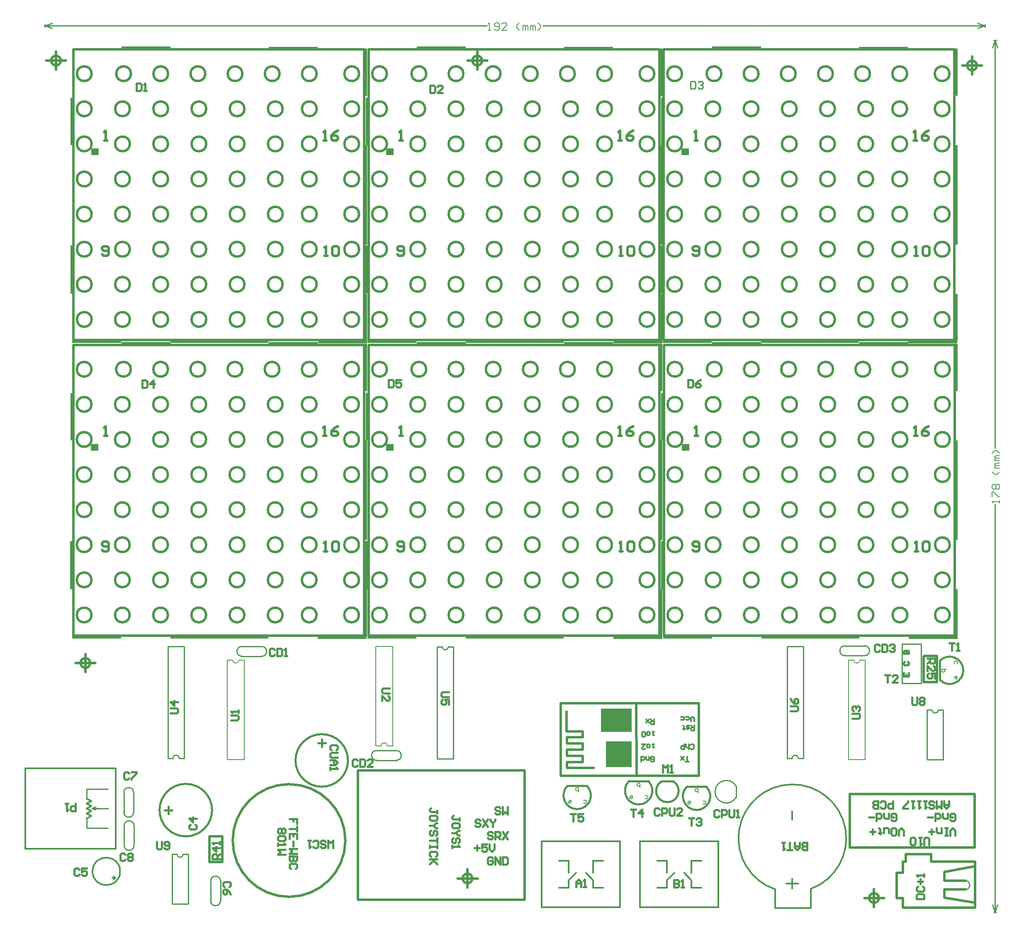
<source format=gto>
G04*
G04 #@! TF.GenerationSoftware,Altium Limited,Altium Designer,23.3.1 (30)*
G04*
G04 Layer_Color=65535*
%FSLAX44Y44*%
%MOMM*%
G71*
G04*
G04 #@! TF.SameCoordinates,CBA1B8D9-47E8-49AD-825A-66903E3D66A9*
G04*
G04*
G04 #@! TF.FilePolarity,Positive*
G04*
G01*
G75*
%ADD10C,0.5000*%
%ADD11C,0.4000*%
%ADD12C,0.2540*%
%ADD13C,0.2000*%
%ADD14C,0.3500*%
%ADD15C,0.2032*%
%ADD16C,0.1524*%
%ADD17R,5.2070X5.2070*%
%ADD18R,6.2230X4.6990*%
%ADD19R,0.5250X9.6500*%
%ADD20R,10.0750X0.7750*%
%ADD21R,0.6750X9.9000*%
%ADD22R,0.4750X20.3750*%
%ADD23R,0.8750X9.7500*%
%ADD24R,10.0000X0.8000*%
%ADD25R,10.0000X0.7250*%
%ADD26R,0.5250X9.7000*%
%ADD27R,10.0750X0.8250*%
%ADD28R,20.0500X0.7750*%
%ADD29R,1.5500X1.3750*%
D10*
X1022974Y2578750D02*
G03*
X1022974Y2578750I-9724J0D01*
G01*
X1002974Y908750D02*
G03*
X1002974Y908750I-9724J0D01*
G01*
X222974Y1348750D02*
G03*
X222974Y1348750I-9724J0D01*
G01*
X1832974Y868750D02*
G03*
X1832974Y868750I-9724J0D01*
G01*
X2032974Y2568750D02*
G03*
X2032974Y2568750I-9724J0D01*
G01*
X162974Y2578750D02*
G03*
X162974Y2578750I-9724J0D01*
G01*
X744000Y986250D02*
G03*
X744000Y986250I-115000J0D01*
G01*
X226000Y2050250D02*
G03*
X226000Y2050250I-15000J0D01*
G01*
X304000D02*
G03*
X304000Y2050250I-15000J0D01*
G01*
X382000D02*
G03*
X382000Y2050250I-15000J0D01*
G01*
X460000D02*
G03*
X460000Y2050250I-15000J0D01*
G01*
X538000D02*
G03*
X538000Y2050250I-15000J0D01*
G01*
X616000D02*
G03*
X616000Y2050250I-15000J0D01*
G01*
X685428D02*
G03*
X685428Y2050250I-15000J0D01*
G01*
X772000Y2050315D02*
G03*
X772000Y2050250I-15000J-65D01*
G01*
X226000Y2121929D02*
G03*
X226000Y2121929I-15000J0D01*
G01*
X304000D02*
G03*
X304000Y2121929I-15000J0D01*
G01*
X382000D02*
G03*
X382000Y2121929I-15000J0D01*
G01*
X460000D02*
G03*
X460000Y2121929I-15000J0D01*
G01*
X538000D02*
G03*
X538000Y2121929I-15000J0D01*
G01*
X616000D02*
G03*
X616000Y2121929I-15000J0D01*
G01*
X685428D02*
G03*
X685428Y2121929I-15000J0D01*
G01*
X772000Y2121994D02*
G03*
X772000Y2121929I-15000J-65D01*
G01*
X226000Y2193607D02*
G03*
X226000Y2193607I-15000J0D01*
G01*
X304000D02*
G03*
X304000Y2193607I-15000J0D01*
G01*
X382000D02*
G03*
X382000Y2193607I-15000J0D01*
G01*
X460000D02*
G03*
X460000Y2193607I-15000J0D01*
G01*
X538000D02*
G03*
X538000Y2193607I-15000J0D01*
G01*
X616000D02*
G03*
X616000Y2193607I-15000J0D01*
G01*
X685428D02*
G03*
X685428Y2193607I-15000J0D01*
G01*
X772000Y2193672D02*
G03*
X772000Y2193607I-15000J-65D01*
G01*
X226000Y2265286D02*
G03*
X226000Y2265286I-15000J0D01*
G01*
X304000D02*
G03*
X304000Y2265286I-15000J0D01*
G01*
X382000D02*
G03*
X382000Y2265286I-15000J0D01*
G01*
X460000D02*
G03*
X460000Y2265286I-15000J0D01*
G01*
X538000D02*
G03*
X538000Y2265286I-15000J0D01*
G01*
X616000D02*
G03*
X616000Y2265286I-15000J0D01*
G01*
X685428D02*
G03*
X685428Y2265286I-15000J0D01*
G01*
X772000Y2265351D02*
G03*
X772000Y2265286I-15000J-65D01*
G01*
X226000Y2336964D02*
G03*
X226000Y2336964I-15000J0D01*
G01*
X304000D02*
G03*
X304000Y2336964I-15000J0D01*
G01*
X382000D02*
G03*
X382000Y2336964I-15000J0D01*
G01*
X460000D02*
G03*
X460000Y2336964I-15000J0D01*
G01*
X538000D02*
G03*
X538000Y2336964I-15000J0D01*
G01*
X616000D02*
G03*
X616000Y2336964I-15000J0D01*
G01*
X685428D02*
G03*
X685428Y2336964I-15000J0D01*
G01*
X772000Y2337029D02*
G03*
X772000Y2336964I-15000J-65D01*
G01*
X226000Y2408643D02*
G03*
X226000Y2408643I-15000J0D01*
G01*
X304000D02*
G03*
X304000Y2408643I-15000J0D01*
G01*
X382000D02*
G03*
X382000Y2408643I-15000J0D01*
G01*
X460000D02*
G03*
X460000Y2408643I-15000J0D01*
G01*
X538000D02*
G03*
X538000Y2408643I-15000J0D01*
G01*
X616000D02*
G03*
X616000Y2408643I-15000J0D01*
G01*
X685428D02*
G03*
X685428Y2408643I-15000J0D01*
G01*
X772000Y2408708D02*
G03*
X772000Y2408643I-15000J-65D01*
G01*
X226000Y2480321D02*
G03*
X226000Y2480321I-15000J0D01*
G01*
X304000D02*
G03*
X304000Y2480321I-15000J0D01*
G01*
X382000D02*
G03*
X382000Y2480321I-15000J0D01*
G01*
X460000D02*
G03*
X460000Y2480321I-15000J0D01*
G01*
X538000D02*
G03*
X538000Y2480321I-15000J0D01*
G01*
X616000D02*
G03*
X616000Y2480321I-15000J0D01*
G01*
X685428D02*
G03*
X685428Y2480321I-15000J0D01*
G01*
X772000Y2480386D02*
G03*
X772000Y2480321I-15000J-65D01*
G01*
X772000Y2552065D02*
G03*
X772000Y2552000I-15000J-65D01*
G01*
X685428Y2552000D02*
G03*
X685428Y2552000I-15000J0D01*
G01*
X609607D02*
G03*
X609607Y2552000I-15000J0D01*
G01*
X533786D02*
G03*
X533786Y2552000I-15000J0D01*
G01*
X457964D02*
G03*
X457964Y2552000I-15000J0D01*
G01*
X382143D02*
G03*
X382143Y2552000I-15000J0D01*
G01*
X306321D02*
G03*
X306321Y2552000I-15000J0D01*
G01*
X226000Y2552000D02*
G03*
X226000Y2552000I-15000J0D01*
G01*
X828750Y2050250D02*
G03*
X828750Y2050250I-15000J0D01*
G01*
X906750D02*
G03*
X906750Y2050250I-15000J0D01*
G01*
X984750D02*
G03*
X984750Y2050250I-15000J0D01*
G01*
X1062750D02*
G03*
X1062750Y2050250I-15000J0D01*
G01*
X1140750D02*
G03*
X1140750Y2050250I-15000J0D01*
G01*
X1218750D02*
G03*
X1218750Y2050250I-15000J0D01*
G01*
X1288178D02*
G03*
X1288178Y2050250I-15000J0D01*
G01*
X1374750Y2050315D02*
G03*
X1374750Y2050250I-15000J-65D01*
G01*
X828750Y2121929D02*
G03*
X828750Y2121929I-15000J0D01*
G01*
X906750D02*
G03*
X906750Y2121929I-15000J0D01*
G01*
X984750D02*
G03*
X984750Y2121929I-15000J0D01*
G01*
X1062750D02*
G03*
X1062750Y2121929I-15000J0D01*
G01*
X1140750D02*
G03*
X1140750Y2121929I-15000J0D01*
G01*
X1218750D02*
G03*
X1218750Y2121929I-15000J0D01*
G01*
X1288178D02*
G03*
X1288178Y2121929I-15000J0D01*
G01*
X1374750Y2121994D02*
G03*
X1374750Y2121929I-15000J-65D01*
G01*
X828750Y2193607D02*
G03*
X828750Y2193607I-15000J0D01*
G01*
X906750D02*
G03*
X906750Y2193607I-15000J0D01*
G01*
X984750D02*
G03*
X984750Y2193607I-15000J0D01*
G01*
X1062750D02*
G03*
X1062750Y2193607I-15000J0D01*
G01*
X1140750D02*
G03*
X1140750Y2193607I-15000J0D01*
G01*
X1218750D02*
G03*
X1218750Y2193607I-15000J0D01*
G01*
X1288178D02*
G03*
X1288178Y2193607I-15000J0D01*
G01*
X1374750Y2193672D02*
G03*
X1374750Y2193607I-15000J-65D01*
G01*
X828750Y2265286D02*
G03*
X828750Y2265286I-15000J0D01*
G01*
X906750D02*
G03*
X906750Y2265286I-15000J0D01*
G01*
X984750D02*
G03*
X984750Y2265286I-15000J0D01*
G01*
X1062750D02*
G03*
X1062750Y2265286I-15000J0D01*
G01*
X1140750D02*
G03*
X1140750Y2265286I-15000J0D01*
G01*
X1218750D02*
G03*
X1218750Y2265286I-15000J0D01*
G01*
X1288178D02*
G03*
X1288178Y2265286I-15000J0D01*
G01*
X1374749Y2265351D02*
G03*
X1374750Y2265286I-15000J-65D01*
G01*
X828750Y2336964D02*
G03*
X828750Y2336964I-15000J0D01*
G01*
X906750D02*
G03*
X906750Y2336964I-15000J0D01*
G01*
X984750D02*
G03*
X984750Y2336964I-15000J0D01*
G01*
X1062750D02*
G03*
X1062750Y2336964I-15000J0D01*
G01*
X1140750D02*
G03*
X1140750Y2336964I-15000J0D01*
G01*
X1218750D02*
G03*
X1218750Y2336964I-15000J0D01*
G01*
X1288178D02*
G03*
X1288178Y2336964I-15000J0D01*
G01*
X1374750Y2337029D02*
G03*
X1374750Y2336964I-15000J-65D01*
G01*
X828750Y2408643D02*
G03*
X828750Y2408643I-15000J0D01*
G01*
X906750D02*
G03*
X906750Y2408643I-15000J0D01*
G01*
X984750D02*
G03*
X984750Y2408643I-15000J0D01*
G01*
X1062750D02*
G03*
X1062750Y2408643I-15000J0D01*
G01*
X1140750D02*
G03*
X1140750Y2408643I-15000J0D01*
G01*
X1218750D02*
G03*
X1218750Y2408643I-15000J0D01*
G01*
X1288178D02*
G03*
X1288178Y2408643I-15000J0D01*
G01*
X1374750Y2408708D02*
G03*
X1374750Y2408643I-15000J-65D01*
G01*
X828750Y2480321D02*
G03*
X828750Y2480321I-15000J0D01*
G01*
X906750D02*
G03*
X906750Y2480321I-15000J0D01*
G01*
X984750D02*
G03*
X984750Y2480321I-15000J0D01*
G01*
X1062750D02*
G03*
X1062750Y2480321I-15000J0D01*
G01*
X1140750D02*
G03*
X1140750Y2480321I-15000J0D01*
G01*
X1218750D02*
G03*
X1218750Y2480321I-15000J0D01*
G01*
X1288178D02*
G03*
X1288178Y2480321I-15000J0D01*
G01*
X1374750Y2480386D02*
G03*
X1374750Y2480321I-15000J-65D01*
G01*
X1374750Y2552065D02*
G03*
X1374750Y2552000I-15000J-65D01*
G01*
X1288178Y2552000D02*
G03*
X1288178Y2552000I-15000J0D01*
G01*
X1212357D02*
G03*
X1212357Y2552000I-15000J0D01*
G01*
X1136536D02*
G03*
X1136536Y2552000I-15000J0D01*
G01*
X1060714D02*
G03*
X1060714Y2552000I-15000J0D01*
G01*
X984893D02*
G03*
X984893Y2552000I-15000J0D01*
G01*
X909071D02*
G03*
X909071Y2552000I-15000J0D01*
G01*
X828750Y2552000D02*
G03*
X828750Y2552000I-15000J0D01*
G01*
X1431250Y2050250D02*
G03*
X1431250Y2050250I-15000J0D01*
G01*
X1509250D02*
G03*
X1509250Y2050250I-15000J0D01*
G01*
X1587250D02*
G03*
X1587250Y2050250I-15000J0D01*
G01*
X1665250D02*
G03*
X1665250Y2050250I-15000J0D01*
G01*
X1743250D02*
G03*
X1743250Y2050250I-15000J0D01*
G01*
X1821250D02*
G03*
X1821250Y2050250I-15000J0D01*
G01*
X1890678D02*
G03*
X1890678Y2050250I-15000J0D01*
G01*
X1977250Y2050315D02*
G03*
X1977250Y2050250I-15000J-65D01*
G01*
X1431250Y2121929D02*
G03*
X1431250Y2121929I-15000J0D01*
G01*
X1509250D02*
G03*
X1509250Y2121929I-15000J0D01*
G01*
X1587250D02*
G03*
X1587250Y2121929I-15000J0D01*
G01*
X1665250D02*
G03*
X1665250Y2121929I-15000J0D01*
G01*
X1743250D02*
G03*
X1743250Y2121929I-15000J0D01*
G01*
X1821250D02*
G03*
X1821250Y2121929I-15000J0D01*
G01*
X1890678D02*
G03*
X1890678Y2121929I-15000J0D01*
G01*
X1977250Y2121994D02*
G03*
X1977250Y2121929I-15000J-65D01*
G01*
X1431250Y2193607D02*
G03*
X1431250Y2193607I-15000J0D01*
G01*
X1509250D02*
G03*
X1509250Y2193607I-15000J0D01*
G01*
X1587250D02*
G03*
X1587250Y2193607I-15000J0D01*
G01*
X1665250D02*
G03*
X1665250Y2193607I-15000J0D01*
G01*
X1743250D02*
G03*
X1743250Y2193607I-15000J0D01*
G01*
X1821250D02*
G03*
X1821250Y2193607I-15000J0D01*
G01*
X1890678D02*
G03*
X1890678Y2193607I-15000J0D01*
G01*
X1977250Y2193672D02*
G03*
X1977250Y2193607I-15000J-65D01*
G01*
X1431250Y2265286D02*
G03*
X1431250Y2265286I-15000J0D01*
G01*
X1509250D02*
G03*
X1509250Y2265286I-15000J0D01*
G01*
X1587250D02*
G03*
X1587250Y2265286I-15000J0D01*
G01*
X1665250D02*
G03*
X1665250Y2265286I-15000J0D01*
G01*
X1743250D02*
G03*
X1743250Y2265286I-15000J0D01*
G01*
X1821250D02*
G03*
X1821250Y2265286I-15000J0D01*
G01*
X1890678D02*
G03*
X1890678Y2265286I-15000J0D01*
G01*
X1977249Y2265351D02*
G03*
X1977250Y2265286I-15000J-65D01*
G01*
X1431250Y2336964D02*
G03*
X1431250Y2336964I-15000J0D01*
G01*
X1509250D02*
G03*
X1509250Y2336964I-15000J0D01*
G01*
X1587250D02*
G03*
X1587250Y2336964I-15000J0D01*
G01*
X1665250D02*
G03*
X1665250Y2336964I-15000J0D01*
G01*
X1743250D02*
G03*
X1743250Y2336964I-15000J0D01*
G01*
X1821250D02*
G03*
X1821250Y2336964I-15000J0D01*
G01*
X1890678D02*
G03*
X1890678Y2336964I-15000J0D01*
G01*
X1977250Y2337029D02*
G03*
X1977250Y2336964I-15000J-65D01*
G01*
X1431250Y2408643D02*
G03*
X1431250Y2408643I-15000J0D01*
G01*
X1509250D02*
G03*
X1509250Y2408643I-15000J0D01*
G01*
X1587250D02*
G03*
X1587250Y2408643I-15000J0D01*
G01*
X1665250D02*
G03*
X1665250Y2408643I-15000J0D01*
G01*
X1743250D02*
G03*
X1743250Y2408643I-15000J0D01*
G01*
X1821250D02*
G03*
X1821250Y2408643I-15000J0D01*
G01*
X1890678D02*
G03*
X1890678Y2408643I-15000J0D01*
G01*
X1977250Y2408708D02*
G03*
X1977250Y2408643I-15000J-65D01*
G01*
X1431250Y2480321D02*
G03*
X1431250Y2480321I-15000J0D01*
G01*
X1509250D02*
G03*
X1509250Y2480321I-15000J0D01*
G01*
X1587250D02*
G03*
X1587250Y2480321I-15000J0D01*
G01*
X1665250D02*
G03*
X1665250Y2480321I-15000J0D01*
G01*
X1743250D02*
G03*
X1743250Y2480321I-15000J0D01*
G01*
X1821250D02*
G03*
X1821250Y2480321I-15000J0D01*
G01*
X1890678D02*
G03*
X1890678Y2480321I-15000J0D01*
G01*
X1977250Y2480386D02*
G03*
X1977250Y2480321I-15000J-65D01*
G01*
X1977250Y2552065D02*
G03*
X1977250Y2552000I-15000J-65D01*
G01*
X1890678Y2552000D02*
G03*
X1890678Y2552000I-15000J0D01*
G01*
X1814857D02*
G03*
X1814857Y2552000I-15000J0D01*
G01*
X1739036D02*
G03*
X1739036Y2552000I-15000J0D01*
G01*
X1663214D02*
G03*
X1663214Y2552000I-15000J0D01*
G01*
X1587393D02*
G03*
X1587393Y2552000I-15000J0D01*
G01*
X1511571D02*
G03*
X1511571Y2552000I-15000J0D01*
G01*
X1431250Y2552000D02*
G03*
X1431250Y2552000I-15000J0D01*
G01*
X225750Y1446750D02*
G03*
X225750Y1446750I-15000J0D01*
G01*
X303750D02*
G03*
X303750Y1446750I-15000J0D01*
G01*
X381750D02*
G03*
X381750Y1446750I-15000J0D01*
G01*
X459750D02*
G03*
X459750Y1446750I-15000J0D01*
G01*
X537750D02*
G03*
X537750Y1446750I-15000J0D01*
G01*
X615750D02*
G03*
X615750Y1446750I-15000J0D01*
G01*
X685179D02*
G03*
X685179Y1446750I-15000J0D01*
G01*
X771750Y1446815D02*
G03*
X771750Y1446750I-15000J-65D01*
G01*
X225750Y1518428D02*
G03*
X225750Y1518428I-15000J0D01*
G01*
X303750D02*
G03*
X303750Y1518428I-15000J0D01*
G01*
X381750D02*
G03*
X381750Y1518428I-15000J0D01*
G01*
X459750D02*
G03*
X459750Y1518428I-15000J0D01*
G01*
X537750D02*
G03*
X537750Y1518428I-15000J0D01*
G01*
X615750D02*
G03*
X615750Y1518428I-15000J0D01*
G01*
X685179D02*
G03*
X685179Y1518428I-15000J0D01*
G01*
X771750Y1518493D02*
G03*
X771750Y1518428I-15000J-65D01*
G01*
X225750Y1590107D02*
G03*
X225750Y1590107I-15000J0D01*
G01*
X303750D02*
G03*
X303750Y1590107I-15000J0D01*
G01*
X381750D02*
G03*
X381750Y1590107I-15000J0D01*
G01*
X459750D02*
G03*
X459750Y1590107I-15000J0D01*
G01*
X537750D02*
G03*
X537750Y1590107I-15000J0D01*
G01*
X615750D02*
G03*
X615750Y1590107I-15000J0D01*
G01*
X685179D02*
G03*
X685179Y1590107I-15000J0D01*
G01*
X771750Y1590172D02*
G03*
X771750Y1590107I-15000J-65D01*
G01*
X225750Y1661786D02*
G03*
X225750Y1661786I-15000J0D01*
G01*
X303750D02*
G03*
X303750Y1661786I-15000J0D01*
G01*
X381750D02*
G03*
X381750Y1661786I-15000J0D01*
G01*
X459750D02*
G03*
X459750Y1661786I-15000J0D01*
G01*
X537750D02*
G03*
X537750Y1661786I-15000J0D01*
G01*
X615750D02*
G03*
X615750Y1661786I-15000J0D01*
G01*
X685179D02*
G03*
X685179Y1661786I-15000J0D01*
G01*
X771749Y1661851D02*
G03*
X771750Y1661786I-15000J-65D01*
G01*
X225750Y1733464D02*
G03*
X225750Y1733464I-15000J0D01*
G01*
X303750D02*
G03*
X303750Y1733464I-15000J0D01*
G01*
X381750D02*
G03*
X381750Y1733464I-15000J0D01*
G01*
X459750D02*
G03*
X459750Y1733464I-15000J0D01*
G01*
X537750D02*
G03*
X537750Y1733464I-15000J0D01*
G01*
X615750D02*
G03*
X615750Y1733464I-15000J0D01*
G01*
X685179D02*
G03*
X685179Y1733464I-15000J0D01*
G01*
X771750Y1733529D02*
G03*
X771750Y1733464I-15000J-65D01*
G01*
X225750Y1805143D02*
G03*
X225750Y1805143I-15000J0D01*
G01*
X303750D02*
G03*
X303750Y1805143I-15000J0D01*
G01*
X381750D02*
G03*
X381750Y1805143I-15000J0D01*
G01*
X459750D02*
G03*
X459750Y1805143I-15000J0D01*
G01*
X537750D02*
G03*
X537750Y1805143I-15000J0D01*
G01*
X615750D02*
G03*
X615750Y1805143I-15000J0D01*
G01*
X685179D02*
G03*
X685179Y1805143I-15000J0D01*
G01*
X771750Y1805208D02*
G03*
X771750Y1805143I-15000J-65D01*
G01*
X225750Y1876821D02*
G03*
X225750Y1876821I-15000J0D01*
G01*
X303750D02*
G03*
X303750Y1876821I-15000J0D01*
G01*
X381750D02*
G03*
X381750Y1876821I-15000J0D01*
G01*
X459750D02*
G03*
X459750Y1876821I-15000J0D01*
G01*
X537750D02*
G03*
X537750Y1876821I-15000J0D01*
G01*
X615750D02*
G03*
X615750Y1876821I-15000J0D01*
G01*
X685179D02*
G03*
X685179Y1876821I-15000J0D01*
G01*
X771750Y1876886D02*
G03*
X771750Y1876821I-15000J-65D01*
G01*
X771750Y1948565D02*
G03*
X771750Y1948500I-15000J-65D01*
G01*
X685179Y1948500D02*
G03*
X685179Y1948500I-15000J0D01*
G01*
X609357D02*
G03*
X609357Y1948500I-15000J0D01*
G01*
X533536D02*
G03*
X533536Y1948500I-15000J0D01*
G01*
X457714D02*
G03*
X457714Y1948500I-15000J0D01*
G01*
X381893D02*
G03*
X381893Y1948500I-15000J0D01*
G01*
X306071D02*
G03*
X306071Y1948500I-15000J0D01*
G01*
X225750Y1948500D02*
G03*
X225750Y1948500I-15000J0D01*
G01*
X828750Y1446750D02*
G03*
X828750Y1446750I-15000J0D01*
G01*
X906750D02*
G03*
X906750Y1446750I-15000J0D01*
G01*
X984750D02*
G03*
X984750Y1446750I-15000J0D01*
G01*
X1062750D02*
G03*
X1062750Y1446750I-15000J0D01*
G01*
X1140750D02*
G03*
X1140750Y1446750I-15000J0D01*
G01*
X1218750D02*
G03*
X1218750Y1446750I-15000J0D01*
G01*
X1288178D02*
G03*
X1288178Y1446750I-15000J0D01*
G01*
X1374750Y1446815D02*
G03*
X1374750Y1446750I-15000J-65D01*
G01*
X828750Y1518428D02*
G03*
X828750Y1518428I-15000J0D01*
G01*
X906750D02*
G03*
X906750Y1518428I-15000J0D01*
G01*
X984750D02*
G03*
X984750Y1518428I-15000J0D01*
G01*
X1062750D02*
G03*
X1062750Y1518428I-15000J0D01*
G01*
X1140750D02*
G03*
X1140750Y1518428I-15000J0D01*
G01*
X1218750D02*
G03*
X1218750Y1518428I-15000J0D01*
G01*
X1288178D02*
G03*
X1288178Y1518428I-15000J0D01*
G01*
X1374750Y1518493D02*
G03*
X1374750Y1518428I-15000J-65D01*
G01*
X828750Y1590107D02*
G03*
X828750Y1590107I-15000J0D01*
G01*
X906750D02*
G03*
X906750Y1590107I-15000J0D01*
G01*
X984750D02*
G03*
X984750Y1590107I-15000J0D01*
G01*
X1062750D02*
G03*
X1062750Y1590107I-15000J0D01*
G01*
X1140750D02*
G03*
X1140750Y1590107I-15000J0D01*
G01*
X1218750D02*
G03*
X1218750Y1590107I-15000J0D01*
G01*
X1288178D02*
G03*
X1288178Y1590107I-15000J0D01*
G01*
X1374750Y1590172D02*
G03*
X1374750Y1590107I-15000J-65D01*
G01*
X828750Y1661786D02*
G03*
X828750Y1661786I-15000J0D01*
G01*
X906750D02*
G03*
X906750Y1661786I-15000J0D01*
G01*
X984750D02*
G03*
X984750Y1661786I-15000J0D01*
G01*
X1062750D02*
G03*
X1062750Y1661786I-15000J0D01*
G01*
X1140750D02*
G03*
X1140750Y1661786I-15000J0D01*
G01*
X1218750D02*
G03*
X1218750Y1661786I-15000J0D01*
G01*
X1288178D02*
G03*
X1288178Y1661786I-15000J0D01*
G01*
X1374749Y1661851D02*
G03*
X1374750Y1661786I-15000J-65D01*
G01*
X828750Y1733464D02*
G03*
X828750Y1733464I-15000J0D01*
G01*
X906750D02*
G03*
X906750Y1733464I-15000J0D01*
G01*
X984750D02*
G03*
X984750Y1733464I-15000J0D01*
G01*
X1062750D02*
G03*
X1062750Y1733464I-15000J0D01*
G01*
X1140750D02*
G03*
X1140750Y1733464I-15000J0D01*
G01*
X1218750D02*
G03*
X1218750Y1733464I-15000J0D01*
G01*
X1288178D02*
G03*
X1288178Y1733464I-15000J0D01*
G01*
X1374750Y1733529D02*
G03*
X1374750Y1733464I-15000J-65D01*
G01*
X828750Y1805143D02*
G03*
X828750Y1805143I-15000J0D01*
G01*
X906750D02*
G03*
X906750Y1805143I-15000J0D01*
G01*
X984750D02*
G03*
X984750Y1805143I-15000J0D01*
G01*
X1062750D02*
G03*
X1062750Y1805143I-15000J0D01*
G01*
X1140750D02*
G03*
X1140750Y1805143I-15000J0D01*
G01*
X1218750D02*
G03*
X1218750Y1805143I-15000J0D01*
G01*
X1288178D02*
G03*
X1288178Y1805143I-15000J0D01*
G01*
X1374750Y1805208D02*
G03*
X1374750Y1805143I-15000J-65D01*
G01*
X828750Y1876821D02*
G03*
X828750Y1876821I-15000J0D01*
G01*
X906750D02*
G03*
X906750Y1876821I-15000J0D01*
G01*
X984750D02*
G03*
X984750Y1876821I-15000J0D01*
G01*
X1062750D02*
G03*
X1062750Y1876821I-15000J0D01*
G01*
X1140750D02*
G03*
X1140750Y1876821I-15000J0D01*
G01*
X1218750D02*
G03*
X1218750Y1876821I-15000J0D01*
G01*
X1288178D02*
G03*
X1288178Y1876821I-15000J0D01*
G01*
X1374750Y1876886D02*
G03*
X1374750Y1876821I-15000J-65D01*
G01*
X1374750Y1948565D02*
G03*
X1374750Y1948500I-15000J-65D01*
G01*
X1288178Y1948500D02*
G03*
X1288178Y1948500I-15000J0D01*
G01*
X1212357D02*
G03*
X1212357Y1948500I-15000J0D01*
G01*
X1136536D02*
G03*
X1136536Y1948500I-15000J0D01*
G01*
X1060714D02*
G03*
X1060714Y1948500I-15000J0D01*
G01*
X984893D02*
G03*
X984893Y1948500I-15000J0D01*
G01*
X909071D02*
G03*
X909071Y1948500I-15000J0D01*
G01*
X828750Y1948500D02*
G03*
X828750Y1948500I-15000J0D01*
G01*
X1431750Y1446750D02*
G03*
X1431750Y1446750I-15000J0D01*
G01*
X1509750D02*
G03*
X1509750Y1446750I-15000J0D01*
G01*
X1587750D02*
G03*
X1587750Y1446750I-15000J0D01*
G01*
X1665750D02*
G03*
X1665750Y1446750I-15000J0D01*
G01*
X1743750D02*
G03*
X1743750Y1446750I-15000J0D01*
G01*
X1821750D02*
G03*
X1821750Y1446750I-15000J0D01*
G01*
X1891178D02*
G03*
X1891178Y1446750I-15000J0D01*
G01*
X1977750Y1446815D02*
G03*
X1977750Y1446750I-15000J-65D01*
G01*
X1431750Y1518428D02*
G03*
X1431750Y1518428I-15000J0D01*
G01*
X1509750D02*
G03*
X1509750Y1518428I-15000J0D01*
G01*
X1587750D02*
G03*
X1587750Y1518428I-15000J0D01*
G01*
X1665750D02*
G03*
X1665750Y1518428I-15000J0D01*
G01*
X1743750D02*
G03*
X1743750Y1518428I-15000J0D01*
G01*
X1821750D02*
G03*
X1821750Y1518428I-15000J0D01*
G01*
X1891178D02*
G03*
X1891178Y1518428I-15000J0D01*
G01*
X1977750Y1518493D02*
G03*
X1977750Y1518428I-15000J-65D01*
G01*
X1431750Y1590107D02*
G03*
X1431750Y1590107I-15000J0D01*
G01*
X1509750D02*
G03*
X1509750Y1590107I-15000J0D01*
G01*
X1587750D02*
G03*
X1587750Y1590107I-15000J0D01*
G01*
X1665750D02*
G03*
X1665750Y1590107I-15000J0D01*
G01*
X1743750D02*
G03*
X1743750Y1590107I-15000J0D01*
G01*
X1821750D02*
G03*
X1821750Y1590107I-15000J0D01*
G01*
X1891178D02*
G03*
X1891178Y1590107I-15000J0D01*
G01*
X1977750Y1590172D02*
G03*
X1977750Y1590107I-15000J-65D01*
G01*
X1431750Y1661786D02*
G03*
X1431750Y1661786I-15000J0D01*
G01*
X1509750D02*
G03*
X1509750Y1661786I-15000J0D01*
G01*
X1587750D02*
G03*
X1587750Y1661786I-15000J0D01*
G01*
X1665750D02*
G03*
X1665750Y1661786I-15000J0D01*
G01*
X1743750D02*
G03*
X1743750Y1661786I-15000J0D01*
G01*
X1821750D02*
G03*
X1821750Y1661786I-15000J0D01*
G01*
X1891178D02*
G03*
X1891178Y1661786I-15000J0D01*
G01*
X1977749Y1661851D02*
G03*
X1977750Y1661786I-15000J-65D01*
G01*
X1431750Y1733464D02*
G03*
X1431750Y1733464I-15000J0D01*
G01*
X1509750D02*
G03*
X1509750Y1733464I-15000J0D01*
G01*
X1587750D02*
G03*
X1587750Y1733464I-15000J0D01*
G01*
X1665750D02*
G03*
X1665750Y1733464I-15000J0D01*
G01*
X1743750D02*
G03*
X1743750Y1733464I-15000J0D01*
G01*
X1821750D02*
G03*
X1821750Y1733464I-15000J0D01*
G01*
X1891178D02*
G03*
X1891178Y1733464I-15000J0D01*
G01*
X1977750Y1733529D02*
G03*
X1977750Y1733464I-15000J-65D01*
G01*
X1431750Y1805143D02*
G03*
X1431750Y1805143I-15000J0D01*
G01*
X1509750D02*
G03*
X1509750Y1805143I-15000J0D01*
G01*
X1587750D02*
G03*
X1587750Y1805143I-15000J0D01*
G01*
X1665750D02*
G03*
X1665750Y1805143I-15000J0D01*
G01*
X1743750D02*
G03*
X1743750Y1805143I-15000J0D01*
G01*
X1821750D02*
G03*
X1821750Y1805143I-15000J0D01*
G01*
X1891178D02*
G03*
X1891178Y1805143I-15000J0D01*
G01*
X1977750Y1805208D02*
G03*
X1977750Y1805143I-15000J-65D01*
G01*
X1431750Y1876821D02*
G03*
X1431750Y1876821I-15000J0D01*
G01*
X1509750D02*
G03*
X1509750Y1876821I-15000J0D01*
G01*
X1587750D02*
G03*
X1587750Y1876821I-15000J0D01*
G01*
X1665750D02*
G03*
X1665750Y1876821I-15000J0D01*
G01*
X1743750D02*
G03*
X1743750Y1876821I-15000J0D01*
G01*
X1821750D02*
G03*
X1821750Y1876821I-15000J0D01*
G01*
X1891178D02*
G03*
X1891178Y1876821I-15000J0D01*
G01*
X1977750Y1876886D02*
G03*
X1977750Y1876821I-15000J-65D01*
G01*
X1977750Y1948565D02*
G03*
X1977750Y1948500I-15000J-65D01*
G01*
X1891178Y1948500D02*
G03*
X1891178Y1948500I-15000J0D01*
G01*
X1815357D02*
G03*
X1815357Y1948500I-15000J0D01*
G01*
X1739536D02*
G03*
X1739536Y1948500I-15000J0D01*
G01*
X1663714D02*
G03*
X1663714Y1948500I-15000J0D01*
G01*
X1587893D02*
G03*
X1587893Y1948500I-15000J0D01*
G01*
X1512071D02*
G03*
X1512071Y1948500I-15000J0D01*
G01*
X1431750Y1948500D02*
G03*
X1431750Y1948500I-15000J0D01*
G01*
X1013250Y2578750D02*
Y2597500D01*
X1013250Y2578750D02*
X1034000D01*
X993250D02*
X1013250D01*
X1013250Y2560000D02*
Y2578750D01*
X993250Y908750D02*
Y927500D01*
X993250Y908750D02*
X1014000D01*
X973250D02*
X993250D01*
X993250Y890000D02*
Y908750D01*
X213250Y1348750D02*
Y1367500D01*
X213250Y1348750D02*
X234000D01*
X193250D02*
X213250D01*
X213250Y1330000D02*
Y1348750D01*
X1823250Y868750D02*
Y887500D01*
X1823250Y868750D02*
X1844000D01*
X1803250D02*
X1823250D01*
X1823250Y850000D02*
Y868750D01*
X2023250Y2568750D02*
Y2587500D01*
X2023250Y2568750D02*
X2044000D01*
X2003250D02*
X2023250D01*
X2023250Y2550000D02*
Y2568750D01*
X153250Y2578750D02*
Y2597500D01*
X153250Y2578750D02*
X174000D01*
X133250D02*
X153250D01*
X153250Y2560000D02*
Y2578750D01*
X1183480Y1118279D02*
X1465800Y1118279D01*
X1465800Y1266779D02*
X1465800Y1118279D01*
X1183480Y1266779D02*
X1465800D01*
X1183480D02*
X1183480Y1118279D01*
X1228310Y1196729D02*
X1228310Y1198979D01*
X1196060Y1196729D02*
X1228310Y1196729D01*
X1196060Y1184229D02*
Y1196729D01*
X1195810Y1209229D02*
Y1249229D01*
Y1209229D02*
X1228560D01*
X1228560Y1199229D01*
X1196060Y1184229D02*
X1228310Y1184229D01*
Y1171729D02*
Y1184229D01*
X1196060Y1171729D02*
X1228310D01*
X1196060Y1159229D02*
Y1171729D01*
Y1159229D02*
X1228310D01*
X1228310Y1146729D01*
X1196060D02*
X1228310D01*
X1196060Y1134229D02*
Y1146729D01*
Y1134229D02*
X1251060Y1134229D01*
X1337541Y1266790D02*
X1338800Y1118189D01*
X1110000Y865250D02*
Y1129720D01*
X769740Y865250D02*
X1110000Y865250D01*
X769740Y865250D02*
Y1129720D01*
X1110000D01*
X1924750Y1335250D02*
Y1362300D01*
X1925250Y1362800D02*
X1951450D01*
Y1309700D02*
Y1362800D01*
X1924750Y1309700D02*
X1951450D01*
X1924750Y1309700D02*
X1924750Y1309700D01*
X1924750Y1309700D02*
Y1335250D01*
X1774000Y971500D02*
X2029000D01*
X1774000D02*
Y1081500D01*
X2029000D01*
Y971500D02*
Y1081500D01*
X493000Y969500D02*
X493000Y995050D01*
X493000Y995050D02*
X493000Y995050D01*
X466300Y995050D02*
X493000D01*
X466300Y941950D02*
Y995050D01*
Y941950D02*
X492500D01*
X493000Y942450D02*
Y969500D01*
X2029750Y849080D02*
Y943080D01*
X1939750D02*
X2029750D01*
X1881750D02*
X1887750D01*
X1881750Y920580D02*
Y943080D01*
X1869750Y920580D02*
X1881750D01*
X1869750Y868330D02*
Y920580D01*
Y868330D02*
X1881750D01*
Y849080D02*
Y868330D01*
Y849080D02*
X2029750D01*
X1939750Y943080D02*
X1939750Y958080D01*
X1887750Y943080D02*
Y958080D01*
X1939750Y958080D01*
X1966750Y886080D02*
X2009750Y886025D01*
X1966750Y904080D02*
X2009750Y904136D01*
X1966750Y904080D02*
Y922080D01*
X2029750Y934080D01*
X1966750Y869080D02*
Y886080D01*
Y869080D02*
X2028750Y859080D01*
X188750Y2601750D02*
X782250D01*
X188750Y2008250D02*
Y2601750D01*
Y2008250D02*
X782250D01*
Y2601750D01*
X791500D02*
X1385000D01*
X791500Y2008250D02*
Y2601750D01*
Y2008250D02*
X1385000D01*
Y2601750D01*
X1394000D02*
X1987500D01*
X1394000Y2008250D02*
Y2601750D01*
Y2008250D02*
X1987500D01*
Y2601750D01*
X188500Y1998250D02*
X782000D01*
X188500Y1404750D02*
Y1998250D01*
Y1404750D02*
X782000D01*
Y1998250D01*
X791500D02*
X1385000D01*
X791500Y1404750D02*
Y1998250D01*
Y1404750D02*
X1385000D01*
Y1998250D01*
X1394500D02*
X1988000D01*
X1394500Y1404750D02*
Y1998250D01*
Y1404750D02*
X1988000D01*
Y1998250D01*
X247500Y2183332D02*
X250832Y2180000D01*
X257497D01*
X260829Y2183332D01*
Y2196661D01*
X257497Y2199994D01*
X250832D01*
X247500Y2196661D01*
Y2193329D01*
X250832Y2189997D01*
X260829D01*
X700750Y2180000D02*
X707414D01*
X704082D01*
Y2199994D01*
X700750Y2196661D01*
X717411D02*
X720743Y2199994D01*
X727408D01*
X730740Y2196661D01*
Y2183332D01*
X727408Y2180000D01*
X720743D01*
X717411Y2183332D01*
Y2196661D01*
X699000Y2415750D02*
X705665D01*
X702332D01*
Y2435744D01*
X699000Y2432411D01*
X728990Y2435744D02*
X722326Y2432411D01*
X715661Y2425747D01*
Y2419082D01*
X718994Y2415750D01*
X725658D01*
X728990Y2419082D01*
Y2422415D01*
X725658Y2425747D01*
X715661D01*
X251500Y2415750D02*
X258165D01*
X254832D01*
Y2435744D01*
X251500Y2432411D01*
X850250Y2183332D02*
X853582Y2180000D01*
X860247D01*
X863579Y2183332D01*
Y2196661D01*
X860247Y2199994D01*
X853582D01*
X850250Y2196661D01*
Y2193329D01*
X853582Y2189997D01*
X863579D01*
X1303500Y2180000D02*
X1310164D01*
X1306832D01*
Y2199994D01*
X1303500Y2196661D01*
X1320161D02*
X1323493Y2199994D01*
X1330158D01*
X1333490Y2196661D01*
Y2183332D01*
X1330158Y2180000D01*
X1323493D01*
X1320161Y2183332D01*
Y2196661D01*
X1301750Y2415750D02*
X1308414D01*
X1305082D01*
Y2435744D01*
X1301750Y2432411D01*
X1331740Y2435744D02*
X1325076Y2432411D01*
X1318411Y2425747D01*
Y2419082D01*
X1321743Y2415750D01*
X1328408D01*
X1331740Y2419082D01*
Y2422415D01*
X1328408Y2425747D01*
X1318411D01*
X854250Y2415750D02*
X860915D01*
X857582D01*
Y2435744D01*
X854250Y2432411D01*
X1452750Y2183332D02*
X1456082Y2180000D01*
X1462747D01*
X1466079Y2183332D01*
Y2196661D01*
X1462747Y2199994D01*
X1456082D01*
X1452750Y2196661D01*
Y2193329D01*
X1456082Y2189997D01*
X1466079D01*
X1906000Y2180000D02*
X1912664D01*
X1909332D01*
Y2199994D01*
X1906000Y2196661D01*
X1922661D02*
X1925993Y2199994D01*
X1932658D01*
X1935990Y2196661D01*
Y2183332D01*
X1932658Y2180000D01*
X1925993D01*
X1922661Y2183332D01*
Y2196661D01*
X1904250Y2415750D02*
X1910914D01*
X1907582D01*
Y2435744D01*
X1904250Y2432411D01*
X1934240Y2435744D02*
X1927576Y2432411D01*
X1920911Y2425747D01*
Y2419082D01*
X1924243Y2415750D01*
X1930908D01*
X1934240Y2419082D01*
Y2422415D01*
X1930908Y2425747D01*
X1920911D01*
X1456750Y2415750D02*
X1463414D01*
X1460082D01*
Y2435744D01*
X1456750Y2432411D01*
X247250Y1579832D02*
X250582Y1576500D01*
X257247D01*
X260579Y1579832D01*
Y1593161D01*
X257247Y1596494D01*
X250582D01*
X247250Y1593161D01*
Y1589829D01*
X250582Y1586497D01*
X260579D01*
X700500Y1576500D02*
X707165D01*
X703832D01*
Y1596494D01*
X700500Y1593161D01*
X717161D02*
X720493Y1596494D01*
X727158D01*
X730490Y1593161D01*
Y1579832D01*
X727158Y1576500D01*
X720493D01*
X717161Y1579832D01*
Y1593161D01*
X698750Y1812250D02*
X705415D01*
X702082D01*
Y1832244D01*
X698750Y1828911D01*
X728740Y1832244D02*
X722076Y1828911D01*
X715411Y1822247D01*
Y1815582D01*
X718744Y1812250D01*
X725408D01*
X728740Y1815582D01*
Y1818914D01*
X725408Y1822247D01*
X715411D01*
X251250Y1812250D02*
X257915D01*
X254582D01*
Y1832244D01*
X251250Y1828911D01*
X850250Y1579832D02*
X853582Y1576500D01*
X860247D01*
X863579Y1579832D01*
Y1593161D01*
X860247Y1596494D01*
X853582D01*
X850250Y1593161D01*
Y1589829D01*
X853582Y1586497D01*
X863579D01*
X1303500Y1576500D02*
X1310164D01*
X1306832D01*
Y1596494D01*
X1303500Y1593161D01*
X1320161D02*
X1323493Y1596494D01*
X1330158D01*
X1333490Y1593161D01*
Y1579832D01*
X1330158Y1576500D01*
X1323493D01*
X1320161Y1579832D01*
Y1593161D01*
X1301750Y1812250D02*
X1308414D01*
X1305082D01*
Y1832244D01*
X1301750Y1828911D01*
X1331740Y1832244D02*
X1325076Y1828911D01*
X1318411Y1822247D01*
Y1815582D01*
X1321743Y1812250D01*
X1328408D01*
X1331740Y1815582D01*
Y1818914D01*
X1328408Y1822247D01*
X1318411D01*
X854250Y1812250D02*
X860915D01*
X857582D01*
Y1832244D01*
X854250Y1828911D01*
X1453250Y1579832D02*
X1456582Y1576500D01*
X1463247D01*
X1466579Y1579832D01*
Y1593161D01*
X1463247Y1596494D01*
X1456582D01*
X1453250Y1593161D01*
Y1589829D01*
X1456582Y1586497D01*
X1466579D01*
X1906500Y1576500D02*
X1913165D01*
X1909832D01*
Y1596494D01*
X1906500Y1593161D01*
X1923161D02*
X1926494Y1596494D01*
X1933158D01*
X1936490Y1593161D01*
Y1579832D01*
X1933158Y1576500D01*
X1926494D01*
X1923161Y1579832D01*
Y1593161D01*
X1904750Y1812250D02*
X1911414D01*
X1908082D01*
Y1832244D01*
X1904750Y1828911D01*
X1934740Y1832244D02*
X1928076Y1828911D01*
X1921411Y1822247D01*
Y1815582D01*
X1924743Y1812250D01*
X1931408D01*
X1934740Y1815582D01*
Y1818914D01*
X1931408Y1822247D01*
X1921411D01*
X1457250Y1812250D02*
X1463914D01*
X1460582D01*
Y1832244D01*
X1457250Y1828911D01*
D11*
X471849Y1048300D02*
G03*
X471849Y1048300I-53599J0D01*
G01*
X1441243Y1096257D02*
G03*
X1480757Y1096257I19757J-19757D01*
G01*
X1389666Y1107291D02*
G03*
X1413055Y1107319I11717J-19792D01*
G01*
X1322993Y1107506D02*
G03*
X1362507Y1107506I19757J-19757D01*
G01*
X1957743Y1313994D02*
G03*
X1957743Y1353507I19757J19757D01*
G01*
X749399Y1149750D02*
G03*
X749399Y1149750I-53599J0D01*
G01*
X1197493Y1098007D02*
G03*
X1237007Y1098007I19757J-19757D01*
G01*
X382342Y1040880D02*
Y1056120D01*
X375230Y1048500D02*
X390470Y1048500D01*
X1441000Y1096500D02*
X1481000D01*
X1390250Y1107400D02*
X1412750D01*
X1322750Y1107750D02*
X1362750Y1107750D01*
X1957500Y1313750D02*
Y1353750D01*
X688380Y1185658D02*
X703620D01*
X696000Y1177530D02*
Y1192770D01*
X1197250Y1098250D02*
X1237250D01*
X930975Y1042173D02*
Y1047252D01*
Y1044712D01*
X918279D01*
X915740Y1047252D01*
Y1049791D01*
X918279Y1052330D01*
X930975Y1029477D02*
Y1034556D01*
X928436Y1037095D01*
X918279D01*
X915740Y1034556D01*
Y1029477D01*
X918279Y1026938D01*
X928436D01*
X930975Y1029477D01*
Y1021860D02*
X928436D01*
X923358Y1016781D01*
X928436Y1011703D01*
X930975D01*
X923358Y1016781D02*
X915740D01*
X928436Y996468D02*
X930975Y999007D01*
Y1004086D01*
X928436Y1006625D01*
X925897D01*
X923358Y1004086D01*
Y999007D01*
X920818Y996468D01*
X918279D01*
X915740Y999007D01*
Y1004086D01*
X918279Y1006625D01*
X930975Y991390D02*
Y981233D01*
Y986311D01*
X915740D01*
X930975Y976155D02*
Y971076D01*
Y973615D01*
X915740D01*
Y976155D01*
Y971076D01*
X928436Y953302D02*
X930975Y955841D01*
Y960919D01*
X928436Y963459D01*
X918279D01*
X915740Y960919D01*
Y955841D01*
X918279Y953302D01*
X930975Y948224D02*
X915740D01*
X920818D01*
X930975Y938067D01*
X923358Y945685D01*
X915740Y938067D01*
X1044527Y1001466D02*
X1041988Y1004005D01*
X1036909D01*
X1034370Y1001466D01*
Y998927D01*
X1036909Y996387D01*
X1041988D01*
X1044527Y993848D01*
Y991309D01*
X1041988Y988770D01*
X1036909D01*
X1034370Y991309D01*
X1049605Y988770D02*
Y1004005D01*
X1057223D01*
X1059762Y1001466D01*
Y996387D01*
X1057223Y993848D01*
X1049605D01*
X1054684D02*
X1059762Y988770D01*
X1064840Y1004005D02*
X1074997Y988770D01*
Y1004005D02*
X1064840Y988770D01*
X1019407Y1026946D02*
X1016868Y1029485D01*
X1011789D01*
X1009250Y1026946D01*
Y1024407D01*
X1011789Y1021868D01*
X1016868D01*
X1019407Y1019328D01*
Y1016789D01*
X1016868Y1014250D01*
X1011789D01*
X1009250Y1016789D01*
X1024485Y1029485D02*
X1034642Y1014250D01*
Y1029485D02*
X1024485Y1014250D01*
X1039720Y1029485D02*
Y1026946D01*
X1044799Y1021868D01*
X1049877Y1026946D01*
Y1029485D01*
X1044799Y1021868D02*
Y1014250D01*
X1059762Y1052666D02*
X1057223Y1055205D01*
X1052144D01*
X1049605Y1052666D01*
Y1050127D01*
X1052144Y1047588D01*
X1057223D01*
X1059762Y1045048D01*
Y1042509D01*
X1057223Y1039970D01*
X1052144D01*
X1049605Y1042509D01*
X1064840Y1055205D02*
Y1039970D01*
X1069919Y1045048D01*
X1074997Y1039970D01*
Y1055205D01*
X1007250Y971368D02*
X1017407D01*
X1012328Y976446D02*
Y966289D01*
X1032642Y978985D02*
X1022485D01*
Y971368D01*
X1027563Y973907D01*
X1030103D01*
X1032642Y971368D01*
Y966289D01*
X1030103Y963750D01*
X1025024D01*
X1022485Y966289D01*
X1037720Y978985D02*
Y968828D01*
X1042798Y963750D01*
X1047877Y968828D01*
Y978985D01*
X1044527Y950266D02*
X1041988Y952805D01*
X1036909D01*
X1034370Y950266D01*
Y940109D01*
X1036909Y937570D01*
X1041988D01*
X1044527Y940109D01*
Y945188D01*
X1039448D01*
X1049605Y937570D02*
Y952805D01*
X1059762Y937570D01*
Y952805D01*
X1064840D02*
Y937570D01*
X1072458D01*
X1074997Y940109D01*
Y950266D01*
X1072458Y952805D01*
X1064840D01*
X1885669Y1351414D02*
X1884003Y1349748D01*
Y1346416D01*
X1885669Y1344750D01*
X1892334D01*
X1894000Y1346416D01*
Y1349748D01*
X1892334Y1351414D01*
X1884003Y1367750D02*
X1894000D01*
Y1372748D01*
X1892334Y1374415D01*
X1890668D01*
X1889002Y1372748D01*
Y1367750D01*
Y1372748D01*
X1887336Y1374415D01*
X1885669D01*
X1884003Y1372748D01*
Y1367750D01*
Y1328414D02*
Y1321750D01*
X1894000D01*
Y1328414D01*
X1889002Y1321750D02*
Y1325082D01*
X1976000Y1067000D02*
Y1056843D01*
X1970922Y1051765D01*
X1965843Y1056843D01*
Y1067000D01*
Y1059382D01*
X1976000D01*
X1960765Y1067000D02*
Y1051765D01*
X1955687Y1056843D01*
X1950608Y1051765D01*
Y1067000D01*
X1935373Y1054304D02*
X1937912Y1051765D01*
X1942991D01*
X1945530Y1054304D01*
Y1056843D01*
X1942991Y1059382D01*
X1937912D01*
X1935373Y1061922D01*
Y1064461D01*
X1937912Y1067000D01*
X1942991D01*
X1945530Y1064461D01*
X1930295Y1067000D02*
X1925216D01*
X1927756D01*
Y1051765D01*
X1930295Y1054304D01*
X1917599Y1067000D02*
X1912521D01*
X1915060D01*
Y1051765D01*
X1917599Y1054304D01*
X1904903Y1067000D02*
X1899825D01*
X1902364D01*
Y1051765D01*
X1904903Y1054304D01*
X1892207Y1051765D02*
X1882050D01*
Y1054304D01*
X1892207Y1064461D01*
Y1067000D01*
X1861737D02*
Y1051765D01*
X1854120D01*
X1851580Y1054304D01*
Y1059382D01*
X1854120Y1061922D01*
X1861737D01*
X1836345Y1054304D02*
X1838884Y1051765D01*
X1843963D01*
X1846502Y1054304D01*
Y1064461D01*
X1843963Y1067000D01*
X1838884D01*
X1836345Y1064461D01*
X1831267Y1051765D02*
Y1067000D01*
X1823649D01*
X1821110Y1064461D01*
Y1061922D01*
X1823649Y1059382D01*
X1831267D01*
X1823649D01*
X1821110Y1056843D01*
Y1054304D01*
X1823649Y1051765D01*
X1831267D01*
X1989000Y996265D02*
Y1006422D01*
X1983922Y1011500D01*
X1978843Y1006422D01*
Y996265D01*
X1973765D02*
X1968687D01*
X1971226D01*
Y1011500D01*
X1973765D01*
X1968687D01*
X1961069D02*
Y1001343D01*
X1953452D01*
X1950912Y1003882D01*
Y1011500D01*
X1945834Y1003882D02*
X1935677D01*
X1940756Y998804D02*
Y1008961D01*
X1978843Y1028804D02*
X1981382Y1026265D01*
X1986461D01*
X1989000Y1028804D01*
Y1038961D01*
X1986461Y1041500D01*
X1981382D01*
X1978843Y1038961D01*
Y1033882D01*
X1983922D01*
X1973765Y1041500D02*
Y1031343D01*
X1966147D01*
X1963608Y1033882D01*
Y1041500D01*
X1948373Y1026265D02*
Y1041500D01*
X1955991D01*
X1958530Y1038961D01*
Y1033882D01*
X1955991Y1031343D01*
X1948373D01*
X1943295Y1033882D02*
X1933138D01*
X1858843Y1028804D02*
X1861382Y1026265D01*
X1866461D01*
X1869000Y1028804D01*
Y1038961D01*
X1866461Y1041500D01*
X1861382D01*
X1858843Y1038961D01*
Y1033882D01*
X1863922D01*
X1853765Y1041500D02*
Y1031343D01*
X1846147D01*
X1843608Y1033882D01*
Y1041500D01*
X1828373Y1026265D02*
Y1041500D01*
X1835991D01*
X1838530Y1038961D01*
Y1033882D01*
X1835991Y1031343D01*
X1828373D01*
X1823295Y1033882D02*
X1813138D01*
X1884000Y996265D02*
Y1006422D01*
X1878922Y1011500D01*
X1873843Y1006422D01*
Y996265D01*
X1861147D02*
X1866226D01*
X1868765Y998804D01*
Y1008961D01*
X1866226Y1011500D01*
X1861147D01*
X1858608Y1008961D01*
Y998804D01*
X1861147Y996265D01*
X1853530Y1001343D02*
Y1008961D01*
X1850991Y1011500D01*
X1843373D01*
Y1001343D01*
X1835756Y998804D02*
Y1001343D01*
X1838295D01*
X1833216D01*
X1835756D01*
Y1008961D01*
X1833216Y1011500D01*
X1825599Y1003882D02*
X1815442D01*
X1820520Y998804D02*
Y1008961D01*
X618696Y1011000D02*
X621235Y1008461D01*
Y1003382D01*
X618696Y1000843D01*
X616157D01*
X613618Y1003382D01*
X611078Y1000843D01*
X608539D01*
X606000Y1003382D01*
Y1008461D01*
X608539Y1011000D01*
X611078D01*
X613618Y1008461D01*
X616157Y1011000D01*
X618696D01*
X613618Y1008461D02*
Y1003382D01*
X621235Y988147D02*
Y993226D01*
X618696Y995765D01*
X608539D01*
X606000Y993226D01*
Y988147D01*
X608539Y985608D01*
X618696D01*
X621235Y988147D01*
X606000Y980530D02*
Y975452D01*
Y977991D01*
X621235D01*
X618696Y980530D01*
X621235Y967834D02*
X606000D01*
X611078Y962756D01*
X606000Y957677D01*
X621235D01*
X645235Y1019843D02*
Y1030000D01*
X637617D01*
Y1024922D01*
Y1030000D01*
X630000D01*
X645235Y1014765D02*
Y1004608D01*
Y1009687D01*
X630000D01*
X645235Y989373D02*
Y999530D01*
X630000D01*
Y989373D01*
X637617Y999530D02*
Y994452D01*
Y984295D02*
Y974138D01*
X645235Y969060D02*
X630000D01*
X635078Y963981D01*
X630000Y958903D01*
X645235D01*
Y953825D02*
X630000D01*
Y946207D01*
X632539Y943668D01*
X635078D01*
X637617Y946207D01*
Y953825D01*
Y946207D01*
X640157Y943668D01*
X642696D01*
X645235Y946207D01*
Y953825D01*
X642696Y928433D02*
X645235Y930972D01*
Y936050D01*
X642696Y938589D01*
X632539D01*
X630000Y936050D01*
Y930972D01*
X632539Y928433D01*
X427804Y1018907D02*
X425265Y1016368D01*
Y1011289D01*
X427804Y1008750D01*
X437961D01*
X440500Y1011289D01*
Y1016368D01*
X437961Y1018907D01*
X440500Y1031603D02*
X425265D01*
X432882Y1023985D01*
Y1034142D01*
X1385157Y1049446D02*
X1382617Y1051985D01*
X1377539D01*
X1375000Y1049446D01*
Y1039289D01*
X1377539Y1036750D01*
X1382617D01*
X1385157Y1039289D01*
X1390235Y1036750D02*
Y1051985D01*
X1397853D01*
X1400392Y1049446D01*
Y1044368D01*
X1397853Y1041828D01*
X1390235D01*
X1405470Y1051985D02*
Y1039289D01*
X1408009Y1036750D01*
X1413088D01*
X1415627Y1039289D01*
Y1051985D01*
X1430862Y1036750D02*
X1420705D01*
X1430862Y1046907D01*
Y1049446D01*
X1428323Y1051985D01*
X1423244D01*
X1420705Y1049446D01*
X977235Y1027093D02*
Y1032172D01*
Y1029632D01*
X964539D01*
X962000Y1032172D01*
Y1034711D01*
X964539Y1037250D01*
X977235Y1014397D02*
Y1019476D01*
X974696Y1022015D01*
X964539D01*
X962000Y1019476D01*
Y1014397D01*
X964539Y1011858D01*
X974696D01*
X977235Y1014397D01*
Y1006780D02*
X974696D01*
X969617Y1001702D01*
X974696Y996623D01*
X977235D01*
X969617Y1001702D02*
X962000D01*
X974696Y981388D02*
X977235Y983927D01*
Y989006D01*
X974696Y991545D01*
X972157D01*
X969617Y989006D01*
Y983927D01*
X967078Y981388D01*
X964539D01*
X962000Y983927D01*
Y989006D01*
X964539Y991545D01*
X962000Y976310D02*
Y971231D01*
Y973771D01*
X977235D01*
X974696Y976310D01*
X506946Y891346D02*
X509485Y893886D01*
Y898964D01*
X506946Y901503D01*
X496789D01*
X494250Y898964D01*
Y893886D01*
X496789Y891346D01*
X509485Y876111D02*
X506946Y881190D01*
X501867Y886268D01*
X496789D01*
X494250Y883729D01*
Y878651D01*
X496789Y876111D01*
X499328D01*
X501867Y878651D01*
Y886268D01*
X200657Y926696D02*
X198118Y929235D01*
X193039D01*
X190500Y926696D01*
Y916539D01*
X193039Y914000D01*
X198118D01*
X200657Y916539D01*
X215892Y929235D02*
X205735D01*
Y921618D01*
X210813Y924157D01*
X213353D01*
X215892Y921618D01*
Y916539D01*
X213353Y914000D01*
X208274D01*
X205735Y916539D01*
X719000Y970765D02*
Y986000D01*
X713922Y980922D01*
X708843Y986000D01*
Y970765D01*
X693608Y973304D02*
X696147Y970765D01*
X701226D01*
X703765Y973304D01*
Y975843D01*
X701226Y978382D01*
X696147D01*
X693608Y980922D01*
Y983461D01*
X696147Y986000D01*
X701226D01*
X703765Y983461D01*
X678373Y973304D02*
X680912Y970765D01*
X685991D01*
X688530Y973304D01*
Y983461D01*
X685991Y986000D01*
X680912D01*
X678373Y983461D01*
X673295Y986000D02*
X668216D01*
X670756D01*
Y970765D01*
X673295Y973304D01*
X359134Y983729D02*
Y971033D01*
X361673Y968494D01*
X366752D01*
X369291Y971033D01*
Y983729D01*
X374369Y971033D02*
X376908Y968494D01*
X381987D01*
X384526Y971033D01*
Y981190D01*
X381987Y983729D01*
X376908D01*
X374369Y981190D01*
Y978651D01*
X376908Y976112D01*
X384526D01*
X487500Y948250D02*
X472265D01*
Y955867D01*
X474804Y958407D01*
X479883D01*
X482422Y955867D01*
Y948250D01*
Y953328D02*
X487500Y958407D01*
Y971103D02*
X472265D01*
X479883Y963485D01*
Y973642D01*
X487500Y978720D02*
Y983799D01*
Y981259D01*
X472265D01*
X474804Y978720D01*
X193000Y1061500D02*
Y1046265D01*
X185382D01*
X182843Y1048804D01*
Y1053883D01*
X185382Y1056422D01*
X193000D01*
X177765Y1061500D02*
X172687D01*
X175226D01*
Y1046265D01*
X177765Y1048804D01*
X725446Y1170843D02*
X727985Y1173382D01*
Y1178461D01*
X725446Y1181000D01*
X715289D01*
X712750Y1178461D01*
Y1173382D01*
X715289Y1170843D01*
X727985Y1165765D02*
X715289D01*
X712750Y1163226D01*
Y1158147D01*
X715289Y1155608D01*
X727985D01*
X712750Y1150530D02*
X722907D01*
X727985Y1145452D01*
X722907Y1140373D01*
X712750D01*
X720368D01*
Y1150530D01*
X712750Y1135295D02*
Y1130216D01*
Y1132756D01*
X727985D01*
X725446Y1135295D01*
X1215000Y891750D02*
Y901907D01*
X1220078Y906985D01*
X1225157Y901907D01*
Y891750D01*
Y899368D01*
X1215000D01*
X1230235Y891750D02*
X1235313D01*
X1232774D01*
Y906985D01*
X1230235Y904446D01*
X1414750Y906235D02*
Y891000D01*
X1422368D01*
X1424907Y893539D01*
Y896078D01*
X1422368Y898618D01*
X1414750D01*
X1422368D01*
X1424907Y901157D01*
Y903696D01*
X1422368Y906235D01*
X1414750D01*
X1429985Y891000D02*
X1435063D01*
X1432524D01*
Y906235D01*
X1429985Y903696D01*
X1686750Y966595D02*
Y981830D01*
X1679132D01*
X1676593Y979291D01*
Y976752D01*
X1679132Y974213D01*
X1686750D01*
X1679132D01*
X1676593Y971673D01*
Y969134D01*
X1679132Y966595D01*
X1686750D01*
X1671515Y981830D02*
Y971673D01*
X1666436Y966595D01*
X1661358Y971673D01*
Y981830D01*
Y974213D01*
X1671515D01*
X1656280Y966595D02*
X1646123D01*
X1651201D01*
Y981830D01*
X1641045D02*
X1635966D01*
X1638506D01*
Y966595D01*
X1641045Y969134D01*
X302157Y1123196D02*
X299618Y1125735D01*
X294539D01*
X292000Y1123196D01*
Y1113039D01*
X294539Y1110500D01*
X299618D01*
X302157Y1113039D01*
X307235Y1125735D02*
X317392D01*
Y1123196D01*
X307235Y1113039D01*
Y1110500D01*
X294407Y957943D02*
X291868Y960482D01*
X286789D01*
X284250Y957943D01*
Y947786D01*
X286789Y945247D01*
X291868D01*
X294407Y947786D01*
X299485Y957943D02*
X302024Y960482D01*
X307103D01*
X309642Y957943D01*
Y955404D01*
X307103Y952864D01*
X309642Y950325D01*
Y947786D01*
X307103Y945247D01*
X302024D01*
X299485Y947786D01*
Y950325D01*
X302024Y952864D01*
X299485Y955404D01*
Y957943D01*
X302024Y952864D02*
X307103D01*
X599657Y1375696D02*
X597118Y1378235D01*
X592039D01*
X589500Y1375696D01*
Y1365539D01*
X592039Y1363000D01*
X597118D01*
X599657Y1365539D01*
X604735Y1378235D02*
Y1363000D01*
X612353D01*
X614892Y1365539D01*
Y1375696D01*
X612353Y1378235D01*
X604735D01*
X619970Y1363000D02*
X625048D01*
X622509D01*
Y1378235D01*
X619970Y1375696D01*
X768657Y1149696D02*
X766117Y1152235D01*
X761039D01*
X758500Y1149696D01*
Y1139539D01*
X761039Y1137000D01*
X766117D01*
X768657Y1139539D01*
X773735Y1152235D02*
Y1137000D01*
X781353D01*
X783892Y1139539D01*
Y1149696D01*
X781353Y1152235D01*
X773735D01*
X799127Y1137000D02*
X788970D01*
X799127Y1147157D01*
Y1149696D01*
X796588Y1152235D01*
X791509D01*
X788970Y1149696D01*
X1834657Y1383946D02*
X1832117Y1386485D01*
X1827039D01*
X1824500Y1383946D01*
Y1373789D01*
X1827039Y1371250D01*
X1832117D01*
X1834657Y1373789D01*
X1839735Y1386485D02*
Y1371250D01*
X1847353D01*
X1849892Y1373789D01*
Y1383946D01*
X1847353Y1386485D01*
X1839735D01*
X1854970Y1383946D02*
X1857509Y1386485D01*
X1862588D01*
X1865127Y1383946D01*
Y1381407D01*
X1862588Y1378867D01*
X1860049D01*
X1862588D01*
X1865127Y1376328D01*
Y1373789D01*
X1862588Y1371250D01*
X1857509D01*
X1854970Y1373789D01*
X317250Y2532485D02*
Y2517250D01*
X324868D01*
X327407Y2519789D01*
Y2529946D01*
X324868Y2532485D01*
X317250D01*
X332485Y2517250D02*
X337563D01*
X335024D01*
Y2532485D01*
X332485Y2529946D01*
X917250Y2527735D02*
Y2512500D01*
X924867D01*
X927407Y2515039D01*
Y2525196D01*
X924867Y2527735D01*
X917250D01*
X942642Y2512500D02*
X932485D01*
X942642Y2522657D01*
Y2525196D01*
X940103Y2527735D01*
X935024D01*
X932485Y2525196D01*
X329000Y1925985D02*
Y1910750D01*
X336618D01*
X339157Y1913289D01*
Y1923446D01*
X336618Y1925985D01*
X329000D01*
X351853Y1910750D02*
Y1925985D01*
X344235Y1918367D01*
X354392D01*
X832000Y1926735D02*
Y1911500D01*
X839617D01*
X842157Y1914039D01*
Y1924196D01*
X839617Y1926735D01*
X832000D01*
X857392D02*
X847235D01*
Y1919117D01*
X852313Y1921657D01*
X854853D01*
X857392Y1919117D01*
Y1914039D01*
X854853Y1911500D01*
X849774D01*
X847235Y1914039D01*
X1443250Y1927235D02*
Y1912000D01*
X1450867D01*
X1453407Y1914539D01*
Y1924696D01*
X1450867Y1927235D01*
X1443250D01*
X1468642D02*
X1463563Y1924696D01*
X1458485Y1919617D01*
Y1914539D01*
X1461024Y1912000D01*
X1466103D01*
X1468642Y1914539D01*
Y1917078D01*
X1466103Y1919617D01*
X1458485D01*
X1507157Y1046696D02*
X1504617Y1049235D01*
X1499539D01*
X1497000Y1046696D01*
Y1036539D01*
X1499539Y1034000D01*
X1504617D01*
X1507157Y1036539D01*
X1512235Y1034000D02*
Y1049235D01*
X1519853D01*
X1522392Y1046696D01*
Y1041618D01*
X1519853Y1039078D01*
X1512235D01*
X1527470Y1049235D02*
Y1036539D01*
X1530009Y1034000D01*
X1535088D01*
X1537627Y1036539D01*
Y1049235D01*
X1542705Y1034000D02*
X1547784D01*
X1545244D01*
Y1049235D01*
X1542705Y1046696D01*
X1910515Y867080D02*
X1925750D01*
Y874698D01*
X1923211Y877237D01*
X1913054D01*
X1910515Y874698D01*
Y867080D01*
X1913054Y892472D02*
X1910515Y889933D01*
Y884854D01*
X1913054Y882315D01*
X1923211D01*
X1925750Y884854D01*
Y889933D01*
X1923211Y892472D01*
X1918132Y897550D02*
Y907707D01*
X1913054Y902629D02*
X1923211D01*
X1925750Y912785D02*
Y917864D01*
Y915325D01*
X1910515D01*
X1913054Y912785D01*
X1392250Y1125250D02*
Y1140485D01*
X1397328Y1135407D01*
X1402407Y1140485D01*
Y1125250D01*
X1407485D02*
X1412563D01*
X1410024D01*
Y1140485D01*
X1407485Y1137946D01*
X1932000Y1357750D02*
X1947235D01*
Y1350132D01*
X1944696Y1347593D01*
X1939617D01*
X1937078Y1350132D01*
Y1357750D01*
Y1352672D02*
X1932000Y1347593D01*
Y1332358D02*
Y1342515D01*
X1942157Y1332358D01*
X1944696D01*
X1947235Y1334897D01*
Y1339976D01*
X1944696Y1342515D01*
X1947235Y1317123D02*
Y1327280D01*
X1939617D01*
X1942157Y1322202D01*
Y1319662D01*
X1939617Y1317123D01*
X1934539D01*
X1932000Y1319662D01*
Y1324741D01*
X1934539Y1327280D01*
X1977250Y1388985D02*
X1987407D01*
X1982328D01*
Y1373750D01*
X1992485D02*
X1997563D01*
X1995024D01*
Y1388985D01*
X1992485Y1386446D01*
X1845500Y1323735D02*
X1855657D01*
X1850578D01*
Y1308500D01*
X1870892D02*
X1860735D01*
X1870892Y1318657D01*
Y1321196D01*
X1868353Y1323735D01*
X1863274D01*
X1860735Y1321196D01*
X1445500Y1031985D02*
X1455657D01*
X1450578D01*
Y1016750D01*
X1460735Y1029446D02*
X1463274Y1031985D01*
X1468353D01*
X1470892Y1029446D01*
Y1026907D01*
X1468353Y1024368D01*
X1465813D01*
X1468353D01*
X1470892Y1021828D01*
Y1019289D01*
X1468353Y1016750D01*
X1463274D01*
X1460735Y1019289D01*
X1326500Y1049985D02*
X1336657D01*
X1331578D01*
Y1034750D01*
X1349353D02*
Y1049985D01*
X1341735Y1042367D01*
X1351892D01*
X1203750Y1040235D02*
X1213907D01*
X1208828D01*
Y1025000D01*
X1229142Y1040235D02*
X1218985D01*
Y1032617D01*
X1224063Y1035157D01*
X1226603D01*
X1229142Y1032617D01*
Y1027539D01*
X1226603Y1025000D01*
X1221524D01*
X1218985Y1027539D01*
X510765Y1232250D02*
X523461D01*
X526000Y1234789D01*
Y1239867D01*
X523461Y1242407D01*
X510765D01*
X526000Y1247485D02*
Y1252563D01*
Y1250024D01*
X510765D01*
X513304Y1247485D01*
X833735Y1297250D02*
X821039D01*
X818500Y1294711D01*
Y1289632D01*
X821039Y1287093D01*
X833735D01*
X818500Y1271858D02*
Y1282015D01*
X828657Y1271858D01*
X831196D01*
X833735Y1274397D01*
Y1279476D01*
X831196Y1282015D01*
X1778765Y1235250D02*
X1791461D01*
X1794000Y1237789D01*
Y1242868D01*
X1791461Y1245407D01*
X1778765D01*
X1781304Y1250485D02*
X1778765Y1253024D01*
Y1258103D01*
X1781304Y1260642D01*
X1783843D01*
X1786382Y1258103D01*
Y1255563D01*
Y1258103D01*
X1788922Y1260642D01*
X1791461D01*
X1794000Y1258103D01*
Y1253024D01*
X1791461Y1250485D01*
X387015Y1246500D02*
X399711D01*
X402250Y1249039D01*
Y1254118D01*
X399711Y1256657D01*
X387015D01*
X402250Y1269353D02*
X387015D01*
X394632Y1261735D01*
Y1271892D01*
X955235Y1289250D02*
X942539D01*
X940000Y1286711D01*
Y1281633D01*
X942539Y1279093D01*
X955235D01*
Y1263858D02*
Y1274015D01*
X947617D01*
X950157Y1268937D01*
Y1266397D01*
X947617Y1263858D01*
X942539D01*
X940000Y1266397D01*
Y1271476D01*
X942539Y1274015D01*
X1652765Y1250500D02*
X1665461D01*
X1668000Y1253039D01*
Y1258118D01*
X1665461Y1260657D01*
X1652765D01*
Y1275892D02*
X1655304Y1270813D01*
X1660383Y1265735D01*
X1665461D01*
X1668000Y1268274D01*
Y1273353D01*
X1665461Y1275892D01*
X1662922D01*
X1660383Y1273353D01*
Y1265735D01*
X1900402Y1278385D02*
Y1265689D01*
X1902941Y1263150D01*
X1908020D01*
X1910559Y1265689D01*
Y1278385D01*
X1915637Y1275846D02*
X1918176Y1278385D01*
X1923255D01*
X1925794Y1275846D01*
Y1273307D01*
X1923255Y1270768D01*
X1925794Y1268228D01*
Y1265689D01*
X1923255Y1263150D01*
X1918176D01*
X1915637Y1265689D01*
Y1268228D01*
X1918176Y1270768D01*
X1915637Y1273307D01*
Y1275846D01*
X1918176Y1270768D02*
X1923255D01*
X1935500Y976765D02*
Y989461D01*
X1932961Y992000D01*
X1927883D01*
X1925343Y989461D01*
Y976765D01*
X1920265Y992000D02*
X1915187D01*
X1917726D01*
Y976765D01*
X1920265Y979304D01*
X1907569D02*
X1905030Y976765D01*
X1899951D01*
X1897412Y979304D01*
Y989461D01*
X1899951Y992000D01*
X1905030D01*
X1907569Y989461D01*
Y979304D01*
D12*
X469001Y863003D02*
G03*
X489001Y863003I10000J0D01*
G01*
X489000Y903503D02*
G03*
X469000Y903503I-10000J0D01*
G01*
X312499Y1016497D02*
G03*
X292499Y1016497I-10000J0D01*
G01*
X292500Y975997D02*
G03*
X312500Y975997I10000J0D01*
G01*
X291751Y1043750D02*
G03*
X311751Y1043750I10000J0D01*
G01*
X311750Y1084250D02*
G03*
X291750Y1084250I-10000J0D01*
G01*
X1804000Y1363750D02*
G03*
X1804000Y1383750I0J10000D01*
G01*
X1763500Y1383749D02*
G03*
X1763500Y1363749I0J-10000D01*
G01*
X532747Y1382500D02*
G03*
X532747Y1362500I0J-10000D01*
G01*
X573247Y1362501D02*
G03*
X573247Y1382501I0J10000D01*
G01*
X807500Y1170000D02*
G03*
X807500Y1150000I0J-10000D01*
G01*
X848000Y1150001D02*
G03*
X848000Y1170001I0J10000D01*
G01*
X1941750Y1252700D02*
G03*
X1954450Y1252700I6350J0D01*
G01*
X400500Y958200D02*
G03*
X413200Y958200I6350J0D01*
G01*
X2009750Y886025D02*
G03*
X2009750Y904136I0J9055D01*
G01*
X404750Y1154300D02*
G03*
X392050Y1154300I-6350J0D01*
G01*
X941750Y1381950D02*
G03*
X954450Y1381950I6350J0D01*
G01*
X1668500Y1154300D02*
G03*
X1655800Y1154300I-6350J0D01*
G01*
X1541541Y1097584D02*
G03*
X1541569Y1074195I-19792J-11717D01*
G01*
X489001Y863003D02*
X489001Y903502D01*
X469000Y863003D02*
X469000Y903503D01*
X292499Y975998D02*
Y1016497D01*
X312500Y975997D02*
Y1016497D01*
X311751Y1043750D02*
X311751Y1084249D01*
X291750Y1043750D02*
Y1084250D01*
X1880250Y1307500D02*
X1919750D01*
Y1388000D01*
X1880250D02*
X1919750D01*
X1880250Y1307500D02*
Y1388000D01*
X1763500Y1383750D02*
X1804000Y1383750D01*
X1763500Y1363749D02*
X1803999D01*
X532747Y1362500D02*
X573247Y1362500D01*
X532748Y1382501D02*
X573247D01*
X807500Y1150000D02*
X848000Y1150000D01*
X807501Y1170001D02*
X848000D01*
X1931590Y1151100D02*
Y1252700D01*
Y1151100D02*
X1964610D01*
Y1252700D01*
X1954450D02*
X1964610D01*
X1931590D02*
X1941750D01*
X390340Y958200D02*
X390340Y856600D01*
X423360D01*
X423360Y958200D01*
X413200Y958200D02*
X423360Y958200D01*
X390340Y958200D02*
X400500Y958200D01*
X215500Y1011500D02*
X259000D01*
X215500D02*
X215500Y1011500D01*
Y1031500D01*
X215500Y1091500D02*
X258750Y1091500D01*
X215500Y1091500D02*
X215500Y1091500D01*
Y1071500D02*
Y1091500D01*
X238000Y1051500D02*
X260000D01*
X414910Y1154300D02*
Y1382900D01*
X381890D02*
X414910D01*
X381890Y1154300D02*
Y1382900D01*
Y1154300D02*
X392050D01*
X404750D02*
X414910D01*
X931590Y1153350D02*
Y1381950D01*
Y1153350D02*
X964610D01*
Y1381950D01*
X954450D02*
X964610D01*
X931590D02*
X941750D01*
X1678660Y1154300D02*
Y1382900D01*
X1645640D02*
X1678660D01*
X1645640Y1154300D02*
Y1382900D01*
Y1154300D02*
X1655800D01*
X1668500D02*
X1678660D01*
X2050000Y2647460D02*
Y2652540D01*
X130000Y2647460D02*
Y2652540D01*
X2034760Y2644920D02*
X2050000Y2650000D01*
X2034760Y2655080D02*
X2050000Y2650000D01*
X130000D02*
X145240Y2644920D01*
X130000Y2650000D02*
X145240Y2655080D01*
X1147387Y2650000D02*
X2050000D01*
X130000D02*
X1032613D01*
X2067460Y2620000D02*
X2072540D01*
X2067460Y840000D02*
X2072540D01*
X2070000Y2620000D02*
X2075080Y2604760D01*
X2064920D02*
X2070000Y2620000D01*
Y840000D02*
X2075080Y855240D01*
X2064920D02*
X2070000Y840000D01*
Y1787387D02*
Y2620000D01*
Y840000D02*
Y1672613D01*
X1541650Y1074500D02*
Y1097000D01*
X1448250Y2536235D02*
Y2521000D01*
X1455867D01*
X1458407Y2523539D01*
Y2533696D01*
X1455867Y2536235D01*
X1448250D01*
X1463485Y2533696D02*
X1466024Y2536235D01*
X1471103D01*
X1473642Y2533696D01*
Y2531157D01*
X1471103Y2528618D01*
X1468563D01*
X1471103D01*
X1473642Y2526078D01*
Y2523539D01*
X1471103Y2521000D01*
X1466024D01*
X1463485Y2523539D01*
D13*
X513750Y1354700D02*
G03*
X526450Y1354700I6350J0D01*
G01*
X829500Y1179550D02*
G03*
X816800Y1179550I-6350J0D01*
G01*
X1781750Y1354700D02*
G03*
X1794450Y1354700I6350J0D01*
G01*
X1951750Y1337750D02*
X1951750Y1335250D01*
X1924750D02*
X1924750Y1337750D01*
X493000Y967000D02*
Y969500D01*
X466000Y967000D02*
Y969500D01*
X502850Y1151500D02*
Y1354700D01*
Y1151500D02*
X537350Y1151500D01*
Y1354700D01*
X526450D02*
X537350D01*
X502850Y1354700D02*
X513750Y1354700D01*
X840400Y1179550D02*
Y1382750D01*
X805900Y1382750D02*
X840400Y1382750D01*
X805900Y1179550D02*
Y1382750D01*
Y1179550D02*
X816800D01*
X829500D02*
X840400Y1179550D01*
X1770850Y1151500D02*
Y1354700D01*
Y1151500D02*
X1805350Y1151500D01*
Y1354700D01*
X1794450D02*
X1805350D01*
X1770850Y1354700D02*
X1781750Y1354700D01*
D14*
X1694043Y887435D02*
G03*
X1621715Y886475I-37543J103395D01*
G01*
X284145Y923250D02*
G03*
X284145Y923250I-28145J0D01*
G01*
X1380750Y890000D02*
X1400750D01*
X1400750Y905000D01*
X1415750Y920000D01*
X1400750D02*
X1400750Y945000D01*
X1380750D02*
X1400750D01*
X1450750Y945000D02*
X1470750Y945000D01*
X1450750Y920000D02*
Y945000D01*
X1435750Y920000D02*
X1450750Y905000D01*
Y890000D02*
Y905000D01*
Y890000D02*
X1470750D01*
X1345750Y850000D02*
X1505750D01*
X1345750D02*
Y985000D01*
X1505750D01*
Y850000D02*
Y985000D01*
X1180000Y890000D02*
X1200000D01*
X1200000Y905000D01*
X1215000Y920000D01*
X1200000D02*
X1200000Y945000D01*
X1180000D02*
X1200000D01*
X1250000Y945000D02*
X1270000Y945000D01*
X1250000Y920000D02*
Y945000D01*
X1235000Y920000D02*
X1250000Y905000D01*
Y890000D02*
Y905000D01*
Y890000D02*
X1270000D01*
X1145000Y850000D02*
X1305000D01*
X1145000D02*
Y985000D01*
X1305000D01*
Y850000D02*
Y985000D01*
X233000Y1051500D02*
X238000D01*
X228000D02*
X233000D01*
X228000D02*
X233000Y1054000D01*
Y1049000D02*
Y1054000D01*
X228000Y1051500D02*
X233000Y1049000D01*
X215500Y1071500D02*
X225500Y1066500D01*
X215500Y1061500D02*
X225500Y1066500D01*
X215500Y1061500D02*
X225500Y1056500D01*
X215500Y1051500D02*
X225500Y1056500D01*
X215500Y1051500D02*
X225500Y1046500D01*
X215500Y1041500D02*
X225500Y1046500D01*
X215500Y1041500D02*
X225500Y1036500D01*
X215500Y1031500D02*
X225500Y1036500D01*
X90500Y969000D02*
Y1134000D01*
X275500D01*
Y969000D02*
Y1134000D01*
X90500Y969000D02*
X275500D01*
X1693985Y848330D02*
X1694104Y887268D01*
X1621500Y848330D02*
Y886475D01*
Y848330D02*
X1693985D01*
X1656500Y1028330D02*
X1656500Y1045830D01*
Y888330D02*
Y908330D01*
Y888330D02*
Y898330D01*
X1644000Y898330D02*
X1656500Y898330D01*
X1644000Y898330D02*
X1656500Y898330D01*
X1669000Y898330D01*
X1656500Y898330D02*
X1669000Y898330D01*
X268450Y910150D02*
X274700D01*
X271700Y912850D02*
X271700Y907100D01*
X1456500Y1220750D02*
Y1210753D01*
X1451501D01*
X1449835Y1212419D01*
Y1215751D01*
X1451501Y1217418D01*
X1456500D01*
X1453168D02*
X1449835Y1220750D01*
X1446503D02*
X1441505D01*
X1439839Y1219084D01*
X1441505Y1217418D01*
X1444837D01*
X1446503Y1215751D01*
X1444837Y1214085D01*
X1439839D01*
X1434840Y1212419D02*
Y1214085D01*
X1436506D01*
X1433174D01*
X1434840D01*
Y1219084D01*
X1433174Y1220750D01*
X1448975Y1174629D02*
X1450641Y1172962D01*
X1453974D01*
X1455640Y1174629D01*
Y1181293D01*
X1453974Y1182959D01*
X1450641D01*
X1448975Y1181293D01*
X1445643Y1172962D02*
Y1182959D01*
Y1177961D01*
X1443977Y1176295D01*
X1440645D01*
X1438979Y1177961D01*
Y1182959D01*
X1435646D02*
Y1172962D01*
X1430648D01*
X1428982Y1174629D01*
Y1177961D01*
X1430648Y1179627D01*
X1435646D01*
X1374360Y1208359D02*
X1371028D01*
X1372694D01*
Y1201695D01*
X1374360D01*
X1364363Y1208359D02*
X1361031D01*
X1359365Y1206693D01*
Y1203361D01*
X1361031Y1201695D01*
X1364363D01*
X1366029Y1203361D01*
Y1206693D01*
X1364363Y1208359D01*
X1356033Y1200029D02*
X1354366Y1198362D01*
X1351034D01*
X1349368Y1200029D01*
Y1206693D01*
X1351034Y1208359D01*
X1354366D01*
X1356033Y1206693D01*
Y1200029D01*
X1374360Y1182959D02*
X1371028D01*
X1372694D01*
Y1176295D01*
X1374360D01*
X1364363Y1182959D02*
X1361031D01*
X1359365Y1181293D01*
Y1177961D01*
X1361031Y1176295D01*
X1364363D01*
X1366029Y1177961D01*
Y1181293D01*
X1364363Y1182959D01*
X1349368D02*
X1356033D01*
X1349368Y1176295D01*
Y1174629D01*
X1351034Y1172962D01*
X1354366D01*
X1356033Y1174629D01*
X1445480Y1147562D02*
X1438815D01*
X1442148D01*
Y1157559D01*
X1435483Y1150895D02*
X1428819Y1157559D01*
X1432151Y1154227D01*
X1428819Y1150895D01*
X1435483Y1157559D01*
X1374360Y1233759D02*
Y1223762D01*
X1369362D01*
X1367695Y1225429D01*
Y1228761D01*
X1369362Y1230427D01*
X1374360D01*
X1371028D02*
X1367695Y1233759D01*
X1364363Y1227095D02*
X1357699Y1233759D01*
X1361031Y1230427D01*
X1357699Y1227095D01*
X1364363Y1233759D01*
X1456250Y1229003D02*
Y1235668D01*
X1452918Y1239000D01*
X1449585Y1235668D01*
Y1229003D01*
X1439589Y1232336D02*
X1444587D01*
X1446253Y1234002D01*
Y1237334D01*
X1444587Y1239000D01*
X1439589D01*
X1429592Y1232336D02*
X1434590D01*
X1436256Y1234002D01*
Y1237334D01*
X1434590Y1239000D01*
X1429592D01*
X1367695Y1149229D02*
X1369362Y1147562D01*
X1372694D01*
X1374360Y1149229D01*
Y1155893D01*
X1372694Y1157559D01*
X1369362D01*
X1367695Y1155893D01*
Y1152561D01*
X1371028D01*
X1364363Y1157559D02*
Y1150895D01*
X1359365D01*
X1357699Y1152561D01*
Y1157559D01*
X1347702Y1147562D02*
Y1157559D01*
X1352700D01*
X1354366Y1155893D01*
Y1152561D01*
X1352700Y1150895D01*
X1347702D01*
D15*
X1444306Y1066750D02*
X1447269D01*
X1448750Y1065269D01*
Y1062307D01*
X1447269Y1060825D01*
X1444306D01*
X1442825Y1062307D01*
Y1063788D01*
X1448750D01*
X1463500Y1083363D02*
Y1092250D01*
X1459056D01*
X1457575Y1090769D01*
Y1089288D01*
Y1087806D01*
X1459056Y1086325D01*
X1463500D01*
X1473825Y1060825D02*
X1478269D01*
X1479750Y1062306D01*
Y1065269D01*
X1478269Y1066750D01*
X1473825D01*
X1355575Y1072075D02*
X1360019D01*
X1361500Y1073556D01*
Y1076519D01*
X1360019Y1078000D01*
X1355575D01*
X1345250Y1094613D02*
Y1103500D01*
X1340806D01*
X1339325Y1102019D01*
Y1100538D01*
Y1099056D01*
X1340806Y1097575D01*
X1345250D01*
X1326056Y1078000D02*
X1329019D01*
X1330500Y1076519D01*
Y1073556D01*
X1329019Y1072075D01*
X1326056D01*
X1324575Y1073556D01*
Y1075038D01*
X1330500D01*
X1987250Y1317056D02*
Y1320019D01*
X1988731Y1321500D01*
X1991694D01*
X1993175Y1320019D01*
Y1317056D01*
X1991694Y1315575D01*
X1990212D01*
Y1321500D01*
X1970637Y1336250D02*
X1961750D01*
Y1331806D01*
X1963231Y1330325D01*
X1964712D01*
X1966194D01*
X1967675Y1331806D01*
Y1336250D01*
X1993175Y1346575D02*
Y1351019D01*
X1991694Y1352500D01*
X1988731D01*
X1987250Y1351019D01*
Y1346575D01*
X1230075Y1062575D02*
X1234519D01*
X1236000Y1064056D01*
Y1067019D01*
X1234519Y1068500D01*
X1230075D01*
X1219750Y1085113D02*
Y1094000D01*
X1215306D01*
X1213825Y1092519D01*
Y1091038D01*
Y1089556D01*
X1215306Y1088075D01*
X1219750D01*
X1200556Y1068500D02*
X1203519D01*
X1205000Y1067019D01*
Y1064056D01*
X1203519Y1062575D01*
X1200556D01*
X1199075Y1064056D01*
Y1065538D01*
X1205000D01*
D16*
X1035153Y2640858D02*
X1040232D01*
X1037692D01*
Y2656093D01*
X1035153Y2653554D01*
X1047849Y2643398D02*
X1050388Y2640858D01*
X1055467D01*
X1058006Y2643398D01*
Y2653554D01*
X1055467Y2656093D01*
X1050388D01*
X1047849Y2653554D01*
Y2651015D01*
X1050388Y2648476D01*
X1058006D01*
X1073241Y2640858D02*
X1063084D01*
X1073241Y2651015D01*
Y2653554D01*
X1070702Y2656093D01*
X1065623D01*
X1063084Y2653554D01*
X1098633Y2640858D02*
X1093554Y2645937D01*
Y2651015D01*
X1098633Y2656093D01*
X1106250Y2640858D02*
Y2651015D01*
X1108789D01*
X1111329Y2648476D01*
Y2640858D01*
Y2648476D01*
X1113868Y2651015D01*
X1116407Y2648476D01*
Y2640858D01*
X1121485D02*
Y2651015D01*
X1124025D01*
X1126564Y2648476D01*
Y2640858D01*
Y2648476D01*
X1129103Y2651015D01*
X1131642Y2648476D01*
Y2640858D01*
X1136720D02*
X1141799Y2645937D01*
Y2651015D01*
X1136720Y2656093D01*
X2079142Y1675153D02*
Y1680232D01*
Y1677692D01*
X2063907D01*
X2066446Y1675153D01*
X2063907Y1687849D02*
Y1698006D01*
X2066446D01*
X2076602Y1687849D01*
X2079142D01*
X2066446Y1703084D02*
X2063907Y1705623D01*
Y1710702D01*
X2066446Y1713241D01*
X2068985D01*
X2071524Y1710702D01*
X2074063Y1713241D01*
X2076602D01*
X2079142Y1710702D01*
Y1705623D01*
X2076602Y1703084D01*
X2074063D01*
X2071524Y1705623D01*
X2068985Y1703084D01*
X2066446D01*
X2071524Y1705623D02*
Y1710702D01*
X2079142Y1738633D02*
X2074063Y1733554D01*
X2068985D01*
X2063907Y1738633D01*
X2079142Y1746250D02*
X2068985D01*
Y1748789D01*
X2071524Y1751329D01*
X2079142D01*
X2071524D01*
X2068985Y1753868D01*
X2071524Y1756407D01*
X2079142D01*
Y1761485D02*
X2068985D01*
Y1764025D01*
X2071524Y1766564D01*
X2079142D01*
X2071524D01*
X2068985Y1769103D01*
X2071524Y1771642D01*
X2079142D01*
Y1776720D02*
X2074063Y1781799D01*
X2068985D01*
X2063907Y1776720D01*
D17*
X1302605Y1162003D02*
D03*
D18*
X1297527Y1231854D02*
D03*
D19*
X185625Y2454750D02*
D03*
X788375D02*
D03*
X1390875D02*
D03*
X185375Y1851250D02*
D03*
X788375D02*
D03*
X1391375D02*
D03*
D20*
X236625Y2005625D02*
D03*
X839375D02*
D03*
X1441875D02*
D03*
X236375Y1402125D02*
D03*
X839375D02*
D03*
X1442375D02*
D03*
D21*
X185875Y2152250D02*
D03*
X788625D02*
D03*
X1391125D02*
D03*
X185625Y1548750D02*
D03*
X788625D02*
D03*
X1391625D02*
D03*
D22*
X785875Y2304875D02*
D03*
X1388625D02*
D03*
X1991125D02*
D03*
X785625Y1701375D02*
D03*
X1388625D02*
D03*
X1991625D02*
D03*
D23*
X784125Y2555500D02*
D03*
X1386875D02*
D03*
X1989375D02*
D03*
X783875Y1952000D02*
D03*
X1386875D02*
D03*
X1989875D02*
D03*
D24*
X637500Y2603750D02*
D03*
X1240250D02*
D03*
X1842750D02*
D03*
X637250Y2000250D02*
D03*
X1240250D02*
D03*
X1843250D02*
D03*
D25*
X337000Y2604125D02*
D03*
X939750D02*
D03*
X1542250D02*
D03*
X336750Y2000625D02*
D03*
X939750D02*
D03*
X1542750D02*
D03*
D26*
X785875Y2054250D02*
D03*
X1388625D02*
D03*
X1991125D02*
D03*
X785625Y1450750D02*
D03*
X1388625D02*
D03*
X1991625D02*
D03*
D27*
X738125Y2005875D02*
D03*
X1340875D02*
D03*
X1943375D02*
D03*
X737875Y1402375D02*
D03*
X1340875D02*
D03*
X1943875D02*
D03*
D28*
X487250Y2005625D02*
D03*
X1090000D02*
D03*
X1692500D02*
D03*
X487000Y1402125D02*
D03*
X1090000D02*
D03*
X1693000D02*
D03*
D29*
X232500Y2392625D02*
D03*
X835250D02*
D03*
X1437750D02*
D03*
X232250Y1789125D02*
D03*
X835250D02*
D03*
X1438250D02*
D03*
M02*

</source>
